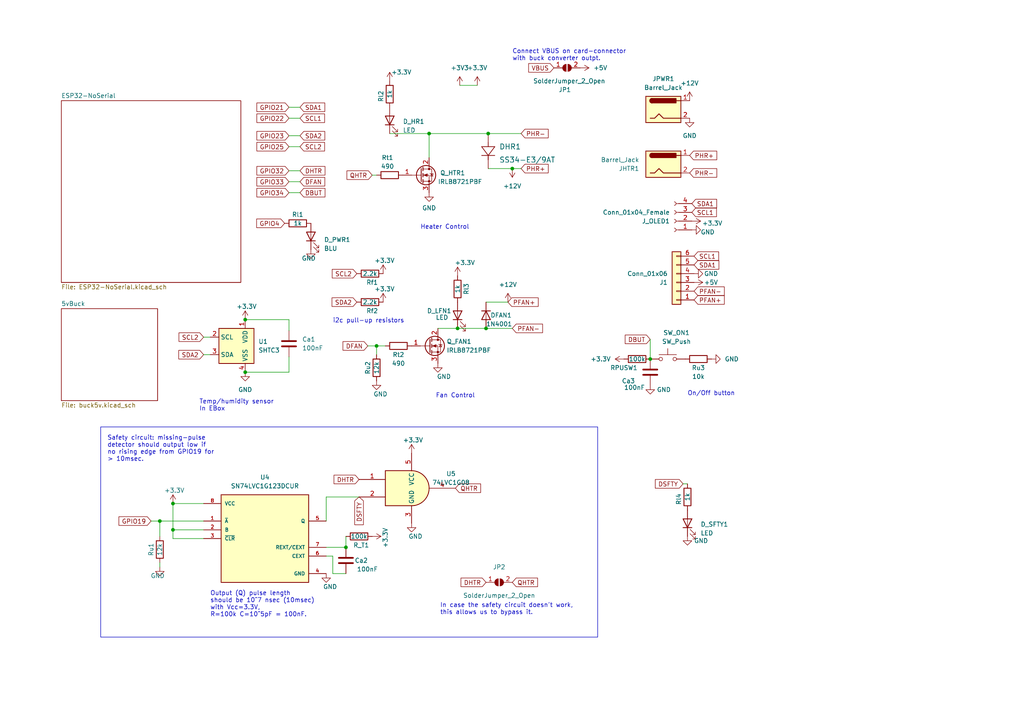
<source format=kicad_sch>
(kicad_sch (version 20230121) (generator eeschema)
  (paper "A4")
  (lib_symbols
    (symbol "74xGxx:74LVC1G08"
      (property "Reference" "U" (at -5.08 7.62 0))
      (property "Value" "74LVC1G08" (at 7.62 -7.62 0))
      (symbol "74LVC1G08_0_1"
        (arc (start 0 -5.08) (mid 5.0579 0) (end 0 5.08) (stroke (width 0.254)) (fill (type background)))
        (polyline (pts (xy 0 -5.08) (xy -7.62 -5.08) (xy -7.62 5.08) (xy 0 5.08)) (stroke (width 0.254)) (fill (type background)))
      )
      (symbol "74LVC1G08_1_1"
        (pin input line (at -15.24 2.54 0) (length 7.62) (name "~") (number "1"))
        (pin input line (at -15.24 -2.54 0) (length 7.62) (name "~") (number "2"))
        (pin power_in line (at 0 -10.16 90) (length 5.08) (name "GND") (number "3"))
        (pin output line (at 12.7 0 180) (length 7.62) (name "~") (number "4"))
        (pin power_in line (at 0 10.16 270) (length 5.08) (name "VCC") (number "5"))
      )
    )
    (symbol "Connector:Barrel_Jack" (pin_names (offset 1.016))
      (property "Reference" "J" (at 0 5.334 0))
      (property "Value" "Barrel_Jack" (at 0 -5.08 0))
      (symbol "Barrel_Jack_0_1"
        (rectangle (start -5.08 3.81) (end 5.08 -3.81) (stroke (width 0.254)) (fill (type background)))
        (arc (start -3.302 3.175) (mid -3.9343 2.54) (end -3.302 1.905) (stroke (width 0.254)))
        (arc (start -3.302 3.175) (mid -3.9343 2.54) (end -3.302 1.905) (stroke (width 0.254)) (fill (type outline)))
        (polyline (pts (xy 5.08 2.54) (xy 3.81 2.54)) (stroke (width 0.254)))
        (polyline (pts (xy -3.81 -2.54) (xy -2.54 -2.54) (xy -1.27 -1.27) (xy 0 -2.54) (xy 2.54 -2.54) (xy 5.08 -2.54)) (stroke (width 0.254)))
        (rectangle (start 3.683 3.175) (end -3.302 1.905) (stroke (width 0.254)) (fill (type outline)))
      )
      (symbol "Barrel_Jack_1_1"
        (pin passive line (at 7.62 2.54 180) (length 2.54) (name "~") (number "1"))
        (pin passive line (at 7.62 -2.54 180) (length 2.54) (name "~") (number "2"))
      )
    )
    (symbol "Connector:Conn_01x04_Female" (pin_names (offset 1.016) hide)
      (property "Reference" "J" (at 0 5.08 0))
      (property "Value" "Conn_01x04_Female" (at 0 -7.62 0))
      (symbol "Conn_01x04_Female_1_1"
        (arc (start 0 -4.572) (mid -0.5058 -5.08) (end 0 -5.588) (stroke (width 0.1524)))
        (arc (start 0 -2.032) (mid -0.5058 -2.54) (end 0 -3.048) (stroke (width 0.1524)))
        (polyline (pts (xy -1.27 -5.08) (xy -0.508 -5.08)) (stroke (width 0.1524)))
        (polyline (pts (xy -1.27 -2.54) (xy -0.508 -2.54)) (stroke (width 0.1524)))
        (polyline (pts (xy -1.27 0) (xy -0.508 0)) (stroke (width 0.1524)))
        (polyline (pts (xy -1.27 2.54) (xy -0.508 2.54)) (stroke (width 0.1524)))
        (arc (start 0 0.508) (mid -0.5058 0) (end 0 -0.508) (stroke (width 0.1524)))
        (arc (start 0 3.048) (mid -0.5058 2.54) (end 0 2.032) (stroke (width 0.1524)))
        (pin passive line (at -5.08 2.54 0) (length 3.81) (name "Pin_1") (number "1"))
        (pin passive line (at -5.08 0 0) (length 3.81) (name "Pin_2") (number "2"))
        (pin passive line (at -5.08 -2.54 0) (length 3.81) (name "Pin_3") (number "3"))
        (pin passive line (at -5.08 -5.08 0) (length 3.81) (name "Pin_4") (number "4"))
      )
    )
    (symbol "Connector_Generic:Conn_01x06" (pin_names (offset 1.016) hide)
      (property "Reference" "J" (at 0 7.62 0))
      (property "Value" "Conn_01x06" (at 0 -10.16 0))
      (symbol "Conn_01x06_1_1"
        (rectangle (start -1.27 -7.493) (end 0 -7.747) (stroke (width 0.1524)))
        (rectangle (start -1.27 -4.953) (end 0 -5.207) (stroke (width 0.1524)))
        (rectangle (start -1.27 -2.413) (end 0 -2.667) (stroke (width 0.1524)))
        (rectangle (start -1.27 0.127) (end 0 -0.127) (stroke (width 0.1524)))
        (rectangle (start -1.27 2.667) (end 0 2.413) (stroke (width 0.1524)))
        (rectangle (start -1.27 5.207) (end 0 4.953) (stroke (width 0.1524)))
        (rectangle (start -1.27 6.35) (end 1.27 -8.89) (stroke (width 0.254)) (fill (type background)))
        (pin passive line (at -5.08 5.08 0) (length 3.81) (name "Pin_1") (number "1"))
        (pin passive line (at -5.08 2.54 0) (length 3.81) (name "Pin_2") (number "2"))
        (pin passive line (at -5.08 0 0) (length 3.81) (name "Pin_3") (number "3"))
        (pin passive line (at -5.08 -2.54 0) (length 3.81) (name "Pin_4") (number "4"))
        (pin passive line (at -5.08 -5.08 0) (length 3.81) (name "Pin_5") (number "5"))
        (pin passive line (at -5.08 -7.62 0) (length 3.81) (name "Pin_6") (number "6"))
      )
    )
    (symbol "Device:C" (pin_numbers hide) (pin_names (offset 0.254))
      (property "Reference" "C" (at 0.635 2.54 0))
      (property "Value" "C" (at 0.635 -2.54 0))
      (symbol "C_0_1"
        (polyline (pts (xy -2.032 -0.762) (xy 2.032 -0.762)) (stroke (width 0.508)))
        (polyline (pts (xy -2.032 0.762) (xy 2.032 0.762)) (stroke (width 0.508)))
      )
      (symbol "C_1_1"
        (pin passive line (at 0 3.81 270) (length 2.794) (name "~") (number "1"))
        (pin passive line (at 0 -3.81 90) (length 2.794) (name "~") (number "2"))
      )
    )
    (symbol "Device:LED" (pin_numbers hide) (pin_names (offset 1.016) hide)
      (property "Reference" "D" (at 0 2.54 0))
      (property "Value" "LED" (at 0 -2.54 0))
      (symbol "LED_0_1"
        (polyline (pts (xy -1.27 -1.27) (xy -1.27 1.27)) (stroke (width 0.254)))
        (polyline (pts (xy -1.27 0) (xy 1.27 0)))
        (polyline (pts (xy 1.27 -1.27) (xy 1.27 1.27) (xy -1.27 0) (xy 1.27 -1.27)) (stroke (width 0.254)))
        (polyline (pts (xy -3.048 -0.762) (xy -4.572 -2.286) (xy -3.81 -2.286) (xy -4.572 -2.286) (xy -4.572 -1.524)))
        (polyline (pts (xy -1.778 -0.762) (xy -3.302 -2.286) (xy -2.54 -2.286) (xy -3.302 -2.286) (xy -3.302 -1.524)))
      )
      (symbol "LED_1_1"
        (pin passive line (at -3.81 0 0) (length 2.54) (name "K") (number "1"))
        (pin passive line (at 3.81 0 180) (length 2.54) (name "A") (number "2"))
      )
    )
    (symbol "Device:R" (pin_numbers hide) (pin_names (offset 0))
      (property "Reference" "R" (at 2.032 0 90))
      (property "Value" "R" (at 0 0 90))
      (symbol "R_0_1"
        (rectangle (start -1.016 -2.54) (end 1.016 2.54) (stroke (width 0.254)))
      )
      (symbol "R_1_1"
        (pin passive line (at 0 3.81 270) (length 1.27) (name "~") (number "1"))
        (pin passive line (at 0 -3.81 90) (length 1.27) (name "~") (number "2"))
      )
    )
    (symbol "Diode:1N4001" (pin_numbers hide) (pin_names hide)
      (property "Reference" "D" (at 0 2.54 0))
      (property "Value" "1N4001" (at 0 -2.54 0))
      (symbol "1N4001_0_1"
        (polyline (pts (xy -1.27 1.27) (xy -1.27 -1.27)) (stroke (width 0.254)))
        (polyline (pts (xy 1.27 0) (xy -1.27 0)))
        (polyline (pts (xy 1.27 1.27) (xy 1.27 -1.27) (xy -1.27 0) (xy 1.27 1.27)) (stroke (width 0.254)))
      )
      (symbol "1N4001_1_1"
        (pin passive line (at -3.81 0 0) (length 2.54) (name "K") (number "1"))
        (pin passive line (at 3.81 0 180) (length 2.54) (name "A") (number "2"))
      )
    )
    (symbol "Jumper:SolderJumper_2_Open" (pin_names (offset 0) hide)
      (property "Reference" "JP" (at 0 2.032 0))
      (property "Value" "SolderJumper_2_Open" (at 0 -2.54 0))
      (symbol "SolderJumper_2_Open_0_1"
        (arc (start -0.254 1.016) (mid -1.2656 0) (end -0.254 -1.016))
        (arc (start -0.254 1.016) (mid -1.2656 0) (end -0.254 -1.016) (fill (type outline)))
        (polyline (pts (xy -0.254 1.016) (xy -0.254 -1.016)))
        (polyline (pts (xy 0.254 1.016) (xy 0.254 -1.016)))
        (arc (start 0.254 -1.016) (mid 1.2656 0) (end 0.254 1.016))
        (arc (start 0.254 -1.016) (mid 1.2656 0) (end 0.254 1.016) (fill (type outline)))
      )
      (symbol "SolderJumper_2_Open_1_1"
        (pin passive line (at -3.81 0 0) (length 2.54) (name "A") (number "1"))
        (pin passive line (at 3.81 0 180) (length 2.54) (name "B") (number "2"))
      )
    )
    (symbol "Sensor_Humidity:SHTC3"
      (property "Reference" "U" (at -3.81 6.35 0))
      (property "Value" "SHTC3" (at -2.54 -6.35 0))
      (symbol "SHTC3_1_1"
        (rectangle (start -5.08 5.08) (end 5.08 -5.08) (stroke (width 0.254)) (fill (type background)))
        (pin power_in line (at 2.54 7.62 270) (length 2.54) (name "VDD") (number "1"))
        (pin input line (at -7.62 2.54 0) (length 2.54) (name "SCL") (number "2"))
        (pin bidirectional line (at -7.62 -2.54 0) (length 2.54) (name "SDA") (number "3"))
        (pin power_in line (at 2.54 -7.62 90) (length 2.54) (name "VSS") (number "4"))
        (pin no_connect line (at 5.08 0 180) (length 2.54) hide (name "NC") (number "5"))
      )
    )
    (symbol "Switch:SW_Push" (pin_numbers hide) (pin_names (offset 1.016) hide)
      (property "Reference" "SW" (at 1.27 2.54 0))
      (property "Value" "SW_Push" (at 0 -1.524 0))
      (symbol "SW_Push_0_1"
        (circle (center -2.032 0) (radius 0.508))
        (polyline (pts (xy 0 1.27) (xy 0 3.048)))
        (polyline (pts (xy 2.54 1.27) (xy -2.54 1.27)))
        (circle (center 2.032 0) (radius 0.508))
        (pin passive line (at -5.08 0 0) (length 2.54) (name "1") (number "1"))
        (pin passive line (at 5.08 0 180) (length 2.54) (name "2") (number "2"))
      )
    )
    (symbol "Transistor_FET:IRLB8721PBF" (pin_names hide)
      (property "Reference" "Q" (at 5.08 1.905 0))
      (property "Value" "IRLB8721PBF" (at 5.08 0 0))
      (symbol "IRLB8721PBF_0_1"
        (polyline (pts (xy 0.254 0) (xy -2.54 0)))
        (polyline (pts (xy 0.254 1.905) (xy 0.254 -1.905)) (stroke (width 0.254)))
        (polyline (pts (xy 0.762 -1.27) (xy 0.762 -2.286)) (stroke (width 0.254)))
        (polyline (pts (xy 0.762 0.508) (xy 0.762 -0.508)) (stroke (width 0.254)))
        (polyline (pts (xy 0.762 2.286) (xy 0.762 1.27)) (stroke (width 0.254)))
        (polyline (pts (xy 2.54 2.54) (xy 2.54 1.778)))
        (polyline (pts (xy 2.54 -2.54) (xy 2.54 0) (xy 0.762 0)))
        (polyline (pts (xy 0.762 -1.778) (xy 3.302 -1.778) (xy 3.302 1.778) (xy 0.762 1.778)))
        (polyline (pts (xy 1.016 0) (xy 2.032 0.381) (xy 2.032 -0.381) (xy 1.016 0)) (fill (type outline)))
        (polyline (pts (xy 2.794 0.508) (xy 2.921 0.381) (xy 3.683 0.381) (xy 3.81 0.254)))
        (polyline (pts (xy 3.302 0.381) (xy 2.921 -0.254) (xy 3.683 -0.254) (xy 3.302 0.381)))
        (circle (center 1.651 0) (radius 2.794) (stroke (width 0.254)))
        (circle (center 2.54 -1.778) (radius 0.254) (fill (type outline)))
        (circle (center 2.54 1.778) (radius 0.254) (fill (type outline)))
      )
      (symbol "IRLB8721PBF_1_1"
        (pin input line (at -5.08 0 0) (length 2.54) (name "G") (number "1"))
        (pin passive line (at 2.54 5.08 270) (length 2.54) (name "D") (number "2"))
        (pin passive line (at 2.54 -5.08 90) (length 2.54) (name "S") (number "3"))
      )
    )
    (symbol "chl33:SN74LVC1G123DCUR" (pin_names (offset 1.016))
      (property "Reference" "U" (at -12.7 13.7 0))
      (property "Value" "SN74LVC1G123DCUR" (at -7.62 8.89 0))
      (symbol "SN74LVC1G123DCUR_0_0"
        (rectangle (start -12.7 12.7) (end 12.7 -12.7) (stroke (width 0.254)) (fill (type background)))
        (pin input line (at -17.78 5.08 0) (length 5.08) (name "~{A}") (number "1"))
        (pin input line (at -17.78 2.54 0) (length 5.08) (name "B") (number "2"))
        (pin input line (at -17.78 0 0) (length 5.08) (name "~{CLR}") (number "3"))
        (pin power_in line (at 17.78 -10.16 180) (length 5.08) (name "GND") (number "4"))
        (pin output line (at 17.78 5.08 180) (length 5.08) (name "Q") (number "5"))
        (pin passive line (at 17.78 -5.08 180) (length 5.08) (name "CEXT") (number "6"))
        (pin passive line (at 17.78 -2.54 180) (length 5.08) (name "REXT/CEXT") (number "7"))
        (pin power_in line (at -17.78 10.16 0) (length 5.08) (name "VCC") (number "8"))
      )
    )
    (symbol "chl33:SS34-E3{brace}slash}9AT" (pin_numbers hide) (pin_names (offset -1.651) hide)
      (property "Reference" "CR" (at 5.08 4.445 0))
      (property "Value" "SS34-E3{brace}slash}9AT" (at 5.08 -7.62 0))
      (symbol "SS34-E3{brace}slash}9AT_1_1"
        (polyline (pts (xy 2.54 0) (xy 3.4798 0)) (stroke (width 0.2032)))
        (polyline (pts (xy 3.81 -1.905) (xy 3.81 1.905)) (stroke (width 0.2032)))
        (polyline (pts (xy 3.81 0) (xy 2.54 0)) (stroke (width 0.2032)))
        (polyline (pts (xy 3.81 0) (xy 6.35 1.905)) (stroke (width 0.2032)))
        (polyline (pts (xy 6.35 -1.905) (xy 3.81 0)) (stroke (width 0.2032)))
        (polyline (pts (xy 6.35 1.905) (xy 6.35 -1.905)) (stroke (width 0.2032)))
        (polyline (pts (xy 7.62 0) (xy 6.35 0)) (stroke (width 0.2032)))
        (pin unspecified line (at 0 0 0) (length 2.54) (name "ANODE") (number "1"))
        (pin unspecified line (at 10.16 0 180) (length 2.54) (name "CATHODE") (number "2"))
      )
    )
    (symbol "power:+12V" (power) (pin_names (offset 0))
      (property "Value" "+12V" (at 0 3.556 0))
      (symbol "+12V_0_1"
        (polyline (pts (xy -0.762 1.27) (xy 0 2.54)))
        (polyline (pts (xy 0 0) (xy 0 2.54)))
        (polyline (pts (xy 0 2.54) (xy 0.762 1.27)))
      )
      (symbol "+12V_1_1"
        (pin power_in line (at 0 0 90) (length 0) hide (name "+12V") (number "1"))
      )
    )
    (symbol "power:+3.3V" (power) (pin_names (offset 0))
      (property "Value" "+3.3V" (at 0 3.556 0))
      (symbol "+3.3V_0_1"
        (polyline (pts (xy -0.762 1.27) (xy 0 2.54)))
        (polyline (pts (xy 0 0) (xy 0 2.54)))
        (polyline (pts (xy 0 2.54) (xy 0.762 1.27)))
      )
      (symbol "+3.3V_1_1"
        (pin power_in line (at 0 0 90) (length 0) hide (name "+3.3V") (number "1"))
      )
    )
    (symbol "power:+3V3" (power) (pin_names (offset 0))
      (property "Value" "+3V3" (at 0 3.556 0))
      (symbol "+3V3_0_1"
        (polyline (pts (xy -0.762 1.27) (xy 0 2.54)))
        (polyline (pts (xy 0 0) (xy 0 2.54)))
        (polyline (pts (xy 0 2.54) (xy 0.762 1.27)))
      )
      (symbol "+3V3_1_1"
        (pin power_in line (at 0 0 90) (length 0) hide (name "+3V3") (number "1"))
      )
    )
    (symbol "power:+5V" (power) (pin_names (offset 0))
      (property "Value" "+5V" (at 0 3.556 0))
      (symbol "+5V_0_1"
        (polyline (pts (xy -0.762 1.27) (xy 0 2.54)))
        (polyline (pts (xy 0 0) (xy 0 2.54)))
        (polyline (pts (xy 0 2.54) (xy 0.762 1.27)))
      )
      (symbol "+5V_1_1"
        (pin power_in line (at 0 0 90) (length 0) hide (name "+5V") (number "1"))
      )
    )
    (symbol "power:GND" (power) (pin_names (offset 0))
      (property "Value" "GND" (at 0 -3.81 0))
      (symbol "GND_0_1"
        (polyline (pts (xy 0 0) (xy 0 -1.27) (xy 1.27 -1.27) (xy 0 -2.54) (xy -1.27 -1.27) (xy 0 -1.27)))
      )
      (symbol "GND_1_1"
        (pin power_in line (at 0 0 270) (length 0) hide (name "GND") (number "1"))
      )
    )
  )
  (junction (at 188.595 104.14))
  (junction (at 148.59 48.895))
  (junction (at 109.22 100.33))
  (junction (at 50.165 146.05))
  (junction (at 132.715 95.25))
  (junction (at 71.12 92.71))
  (junction (at 100.33 158.75))
  (junction (at 46.355 151.13))
  (junction (at 50.165 153.67))
  (junction (at 141.605 38.735))
  (junction (at 124.46 38.735))
  (junction (at 71.12 107.95))
  (junction (at 140.97 95.25))
  (wire (pts (xy 113.03 38.735) (xy 124.46 38.735)))
  (wire (pts (xy 127 95.25) (xy 132.715 95.25)))
  (wire (pts (xy 109.22 100.33) (xy 111.76 100.33)))
  (wire (pts (xy 94.615 151.13) (xy 94.615 144.145)))
  (wire (pts (xy 94.615 158.75) (xy 100.33 158.75)))
  (wire (pts (xy 83.82 55.88) (xy 86.995 55.88)))
  (wire (pts (xy 50.165 146.05) (xy 59.055 146.05)))
  (wire (pts (xy 94.615 161.29) (xy 96.52 161.29)))
  (wire (pts (xy 83.82 95.885) (xy 83.82 92.71)))
  (wire (pts (xy 133.35 24.765) (xy 138.43 24.765)))
  (wire (pts (xy 96.52 161.29) (xy 96.52 166.37)))
  (wire (pts (xy 109.22 100.33) (xy 109.22 102.87)))
  (wire (pts (xy 106.68 100.33) (xy 109.22 100.33)))
  (wire (pts (xy 141.605 38.735) (xy 151.13 38.735)))
  (wire (pts (xy 46.355 151.13) (xy 46.355 155.575)))
  (wire (pts (xy 83.82 52.705) (xy 86.995 52.705)))
  (wire (pts (xy 83.82 39.37) (xy 86.995 39.37)))
  (wire (pts (xy 140.97 87.63) (xy 147.32 87.63)))
  (wire (pts (xy 124.46 38.735) (xy 124.46 45.72)))
  (wire (pts (xy 124.46 38.735) (xy 141.605 38.735)))
  (wire (pts (xy 83.82 107.95) (xy 71.12 107.95)))
  (wire (pts (xy 43.815 151.13) (xy 46.355 151.13)))
  (wire (pts (xy 83.82 42.545) (xy 86.995 42.545)))
  (wire (pts (xy 83.82 103.505) (xy 83.82 107.95)))
  (wire (pts (xy 46.355 163.195) (xy 46.355 164.465)))
  (wire (pts (xy 50.165 146.05) (xy 50.165 153.67)))
  (wire (pts (xy 83.82 31.115) (xy 86.995 31.115)))
  (wire (pts (xy 151.13 48.895) (xy 148.59 48.895)))
  (wire (pts (xy 198.12 140.335) (xy 199.39 140.335)))
  (wire (pts (xy 46.355 151.13) (xy 59.055 151.13)))
  (wire (pts (xy 59.055 156.21) (xy 50.165 156.21)))
  (wire (pts (xy 83.82 92.71) (xy 71.12 92.71)))
  (wire (pts (xy 59.055 97.79) (xy 60.96 97.79)))
  (wire (pts (xy 94.615 144.145) (xy 104.14 144.145)))
  (wire (pts (xy 50.165 153.67) (xy 59.055 153.67)))
  (wire (pts (xy 188.595 98.425) (xy 188.595 104.14)))
  (wire (pts (xy 96.52 166.37) (xy 100.33 166.37)))
  (wire (pts (xy 83.82 34.29) (xy 86.995 34.29)))
  (wire (pts (xy 141.605 48.895) (xy 148.59 48.895)))
  (wire (pts (xy 100.33 155.575) (xy 100.33 158.75)))
  (wire (pts (xy 83.82 49.53) (xy 86.995 49.53)))
  (wire (pts (xy 59.055 102.87) (xy 60.96 102.87)))
  (wire (pts (xy 107.95 50.8) (xy 109.22 50.8)))
  (wire (pts (xy 50.165 153.67) (xy 50.165 156.21)))
  (wire (pts (xy 140.97 95.25) (xy 148.59 95.25)))
  (wire (pts (xy 132.715 95.25) (xy 140.97 95.25)))
  (rectangle (start 29.21 123.825) (end 173.355 184.785))
  (text "On/Off button" (at 199.39 114.935 0) (effects (font (size 1.27 1.27)) (justify left bottom)))
  (text "Heater Control" (at 121.92 66.675 0) (effects (font (size 1.27 1.27)) (justify left bottom)))
  (text "In case the safety circuit doesn't work,\nthis allows us to bypass it." (at 127.635 178.435 0) (effects (font (size 1.27 1.27)) (justify left bottom)))
  (text "Connect VBUS on card-connector\nwith buck converter outpt." (at 148.59 17.78 0) (effects (font (size 1.27 1.27)) (justify left bottom)))
  (text "i2c pull-up resistors\n	" (at 96.52 95.885 0) (effects (font (size 1.27 1.27)) (justify left bottom)))
  (text "Fan Control" (at 126.365 115.57 0) (effects (font (size 1.27 1.27)) (justify left bottom)))
  (text "Safety circuit: missing-pulse\ndetector should output low if\nno rising edge from GPIO19 for\n> 10msec." (at 31.115 133.985 0) (effects (font (size 1.27 1.27)) (justify left bottom)))
  (text "Output (Q) pulse length\nshould be 10^7 nsec (10msec)\nwith Vcc=3.3V,\nR=100k C=10^5pF = 100nF." (at 60.96 179.07 0) (effects (font (size 1.27 1.27)) (justify left bottom)))
  (text "Temp/humidity sensor\nIn EBox" (at 57.785 119.38 0) (effects (font (size 1.27 1.27)) (justify left bottom)))
  (global_label "SDA2" (shape input) (at 59.055 102.87 180) (property "Intersheetrefs" "${INTERSHEET_REFS}" (effects hide)))
  (global_label "SCL1" (shape input) (at 200.66 61.595 0) (property "Intersheetrefs" "${INTERSHEET_REFS}" (effects hide)))
  (global_label "DHTR" (shape input) (at 86.995 49.53 0) (property "Intersheetrefs" "${INTERSHEET_REFS}" (effects hide)))
  (global_label "SDA1" (shape input) (at 200.66 59.055 0) (property "Intersheetrefs" "${INTERSHEET_REFS}" (effects hide)))
  (global_label "VBUS" (shape input) (at 160.655 19.685 180) (property "Intersheetrefs" "${INTERSHEET_REFS}" (effects hide)))
  (global_label "SDA1" (shape input) (at 201.295 76.835 0) (property "Intersheetrefs" "${INTERSHEET_REFS}" (effects hide)))
  (global_label "DSFTY" (shape input) (at 104.14 144.145 270) (property "Intersheetrefs" "${INTERSHEET_REFS}" (effects hide)))
  (global_label "GPIO21" (shape input) (at 83.82 31.115 180) (property "Intersheetrefs" "${INTERSHEET_REFS}" (effects hide)))
  (global_label "DSFTY" (shape input) (at 198.12 140.335 180) (property "Intersheetrefs" "${INTERSHEET_REFS}" (effects hide)))
  (global_label "DBUT" (shape input) (at 188.595 98.425 180) (property "Intersheetrefs" "${INTERSHEET_REFS}" (effects hide)))
  (global_label "PHR-" (shape input) (at 200.025 50.165 0) (property "Intersheetrefs" "${INTERSHEET_REFS}" (effects hide)))
  (global_label "QHTR" (shape input) (at 148.59 168.91 0) (property "Intersheetrefs" "${INTERSHEET_REFS}" (effects hide)))
  (global_label "DFAN" (shape input) (at 106.68 100.33 180) (property "Intersheetrefs" "${INTERSHEET_REFS}" (effects hide)))
  (global_label "SCL2" (shape input) (at 103.505 79.375 180) (property "Intersheetrefs" "${INTERSHEET_REFS}" (effects hide)))
  (global_label "SDA2" (shape input) (at 86.995 39.37 0) (property "Intersheetrefs" "${INTERSHEET_REFS}" (effects hide)))
  (global_label "DHTR" (shape input) (at 104.14 139.065 180) (property "Intersheetrefs" "${INTERSHEET_REFS}" (effects hide)))
  (global_label "SCL2" (shape input) (at 59.055 97.79 180) (property "Intersheetrefs" "${INTERSHEET_REFS}" (effects hide)))
  (global_label "SCL1" (shape input) (at 86.995 34.29 0) (property "Intersheetrefs" "${INTERSHEET_REFS}" (effects hide)))
  (global_label "PHR+" (shape input) (at 151.13 48.895 0) (property "Intersheetrefs" "${INTERSHEET_REFS}" (effects hide)))
  (global_label "PFAN-" (shape input) (at 201.295 84.455 0) (property "Intersheetrefs" "${INTERSHEET_REFS}" (effects hide)))
  (global_label "DFAN" (shape input) (at 86.995 52.705 0) (property "Intersheetrefs" "${INTERSHEET_REFS}" (effects hide)))
  (global_label "GPIO33" (shape input) (at 83.82 52.705 180) (property "Intersheetrefs" "${INTERSHEET_REFS}" (effects hide)))
  (global_label "PHR-" (shape input) (at 151.13 38.735 0) (property "Intersheetrefs" "${INTERSHEET_REFS}" (effects hide)))
  (global_label "SDA1" (shape input) (at 86.995 31.115 0) (property "Intersheetrefs" "${INTERSHEET_REFS}" (effects hide)))
  (global_label "GPIO25" (shape input) (at 83.82 42.545 180) (property "Intersheetrefs" "${INTERSHEET_REFS}" (effects hide)))
  (global_label "GPIO19" (shape input) (at 43.815 151.13 180) (property "Intersheetrefs" "${INTERSHEET_REFS}" (effects hide)))
  (global_label "PFAN+" (shape input) (at 201.295 86.995 0) (property "Intersheetrefs" "${INTERSHEET_REFS}" (effects hide)))
  (global_label "SCL2" (shape input) (at 86.995 42.545 0) (property "Intersheetrefs" "${INTERSHEET_REFS}" (effects hide)))
  (global_label "GPIO32" (shape input) (at 83.82 49.53 180) (property "Intersheetrefs" "${INTERSHEET_REFS}" (effects hide)))
  (global_label "PFAN-" (shape input) (at 148.59 95.25 0) (property "Intersheetrefs" "${INTERSHEET_REFS}" (effects hide)))
  (global_label "GPIO4" (shape input) (at 82.55 64.77 180) (property "Intersheetrefs" "${INTERSHEET_REFS}" (effects hide)))
  (global_label "PFAN+" (shape input) (at 147.32 87.63 0) (property "Intersheetrefs" "${INTERSHEET_REFS}" (effects hide)))
  (global_label "GPIO23" (shape input) (at 83.82 39.37 180) (property "Intersheetrefs" "${INTERSHEET_REFS}" (effects hide)))
  (global_label "PHR+" (shape input) (at 200.025 45.085 0) (property "Intersheetrefs" "${INTERSHEET_REFS}" (effects hide)))
  (global_label "QHTR" (shape input) (at 107.95 50.8 180) (property "Intersheetrefs" "${INTERSHEET_REFS}" (effects hide)))
  (global_label "SDA2" (shape input) (at 103.505 87.63 180) (property "Intersheetrefs" "${INTERSHEET_REFS}" (effects hide)))
  (global_label "GPIO22" (shape input) (at 83.82 34.29 180) (property "Intersheetrefs" "${INTERSHEET_REFS}" (effects hide)))
  (global_label "DBUT" (shape input) (at 86.995 55.88 0) (property "Intersheetrefs" "${INTERSHEET_REFS}" (effects hide)))
  (global_label "SCL1" (shape input) (at 201.295 74.295 0) (property "Intersheetrefs" "${INTERSHEET_REFS}" (effects hide)))
  (global_label "QHTR" (shape input) (at 132.08 141.605 0) (property "Intersheetrefs" "${INTERSHEET_REFS}" (effects hide)))
  (global_label "GPIO34" (shape input) (at 83.82 55.88 180) (property "Intersheetrefs" "${INTERSHEET_REFS}" (effects hide)))
  (global_label "DHTR" (shape input) (at 140.97 168.91 180) (property "Intersheetrefs" "${INTERSHEET_REFS}" (effects hide)))
  (symbol (lib_id "power:GND") (at 71.12 107.95 0) (unit 1)
    (property "Reference" "#PWR02" (effects hide))
    (property "Value" "GND" (at 71.12 113.03 0))
  )
  (symbol (lib_id "power:+3.3V") (at 111.125 79.375 0) (unit 1)
    (property "Reference" "#PWR033" (effects hide))
    (property "Value" "+3.3V" (at 108.585 75.565 0) (effects (justify left)))
  )
  (symbol (lib_id "Device:C") (at 83.82 99.695 0) (unit 1)
    (property "Reference" "Ca1" (at 87.63 98.425 0) (effects (justify left)))
    (property "Value" "100nF" (at 87.63 100.965 0) (effects (justify left)))
    (property "Footprint" "Capacitor_SMD:C_0603_1608Metric" (effects hide))
  )
  (symbol (lib_id "power:+12V") (at 148.59 48.895 180) (unit 1)
    (property "Reference" "#PWR010" (effects hide))
    (property "Value" "+12V" (at 148.59 53.975 0))
  )
  (symbol (lib_id "Jumper:SolderJumper_2_Open") (at 164.465 19.685 0) (unit 1)
    (property "Reference" "JP1" (at 163.83 26.035 0))
    (property "Value" "SolderJumper_2_Open" (at 165.1 23.495 0))
    (property "Footprint" "Jumper:SolderJumper-2_P1.3mm_Open_Pad1.0x1.5mm" (effects hide))
  )
  (symbol (lib_id "Connector:Conn_01x04_Female") (at 195.58 64.135 180) (unit 1)
    (property "Reference" "J_OLED1" (at 194.31 64.1351 0) (effects (justify left)))
    (property "Value" "Conn_01x04_Female" (at 194.31 61.5951 0) (effects (justify left)))
    (property "Footprint" "Connector_PinSocket_2.54mm:PinSocket_1x04_P2.54mm_Vertical" (effects hide))
  )
  (symbol (lib_id "Transistor_FET:IRLB8721PBF") (at 124.46 100.33 0) (unit 1)
    (property "Reference" "Q_FAN1" (at 129.54 99.06 0) (effects (justify left)))
    (property "Value" "IRLB8721PBF" (at 129.54 101.6 0) (effects (justify left)))
    (property "Footprint" "Package_TO_SOT_THT:TO-220-3_Vertical" (effects hide))
    (property "Datasheet" "http://www.infineon.com/dgdl/irlb8721pbf.pdf?fileId=5546d462533600a40153566056732591" (effects hide))
  )
  (symbol (lib_id "power:+5V") (at 201.295 81.915 270) (unit 1)
    (property "Reference" "#PWR017" (effects hide))
    (property "Value" "+5V" (at 208.28 81.915 90) (effects (justify right)))
  )
  (symbol (lib_id "Connector:Barrel_Jack") (at 192.405 47.625 0) (unit 1)
    (property "Reference" "JHTR1" (at 185.42 48.8951 0) (effects (justify right)))
    (property "Value" "Barrel_Jack" (at 185.42 46.3551 0) (effects (justify right)))
    (property "Footprint" "Connector_BarrelJack:BarrelJack_Horizontal" (effects hide))
  )
  (symbol (lib_id "power:+3V3") (at 133.35 24.765 0) (mirror y) (unit 1)
    (property "Reference" "#PWR0103" (effects hide))
    (property "Value" "+3V3" (at 133.35 19.685 0))
  )
  (symbol (lib_id "power:GND") (at 127 105.41 0) (unit 1)
    (property "Reference" "#PWR07" (effects hide))
    (property "Value" "GND" (at 130.81 109.22 0) (effects (justify right)))
  )
  (symbol (lib_id "Diode:1N4001") (at 140.97 91.44 270) (unit 1)
    (property "Reference" "DFAN1" (at 142.24 91.44 90) (effects (justify left)))
    (property "Value" "1N4001" (at 140.97 93.98 90) (effects (justify left)))
    (property "Footprint" "Diode_SMD:D_SMB" (effects hide))
    (property "Datasheet" "http://www.vishay.com/docs/88503/1n4001.pdf" (effects hide))
    (property "Sim.Device" "D" (effects hide))
    (property "Sim.Pins" "1=K 2=A" (effects hide))
  )
  (symbol (lib_id "Jumper:SolderJumper_2_Open") (at 144.78 168.91 0) (unit 1)
    (property "Reference" "JP2" (at 144.78 164.465 0))
    (property "Value" "SolderJumper_2_Open" (at 144.78 172.72 0))
    (property "Footprint" "Jumper:SolderJumper-2_P1.3mm_Open_Pad1.0x1.5mm" (effects hide))
  )
  (symbol (lib_id "power:+3.3V") (at 113.03 23.495 0) (unit 1)
    (property "Reference" "#PWR05" (effects hide))
    (property "Value" "+3.3V" (at 119.38 20.955 0) (effects (justify right)))
  )
  (symbol (lib_id "power:+3.3V") (at 111.125 87.63 0) (unit 1)
    (property "Reference" "#PWR049" (effects hide))
    (property "Value" "+3.3V" (at 108.585 83.82 0) (effects (justify left)))
  )
  (symbol (lib_id "power:GND") (at 46.355 164.465 0) (unit 1)
    (property "Reference" "#PWR03" (effects hide))
    (property "Value" "GND" (at 45.72 167.005 0))
  )
  (symbol (lib_id "power:GND") (at 124.46 55.88 0) (unit 1)
    (property "Reference" "#PWR06" (effects hide))
    (property "Value" "GND" (at 124.46 60.325 0))
  )
  (symbol (lib_id "Device:R") (at 46.355 159.385 0) (unit 1)
    (property "Reference" "Ru1" (at 43.815 159.385 90))
    (property "Value" "12k" (at 46.355 159.385 90))
    (property "Footprint" "Resistor_SMD:R_0603_1608Metric" (effects hide))
  )
  (symbol (lib_id "Device:LED") (at 113.03 34.925 90) (unit 1)
    (property "Reference" "D_HR1" (at 116.84 35.2424 90) (effects (justify right)))
    (property "Value" "LED" (at 116.84 37.7824 90) (effects (justify right)))
    (property "Footprint" "LED_SMD:LED_0603_1608Metric" (effects hide))
  )
  (symbol (lib_id "chl33:SS34-E3{brace}slash}9AT") (at 141.605 48.895 90) (unit 1)
    (property "Reference" "DHR1" (at 144.78 42.545 90) (effects (font (size 1.524 1.524)) (justify right)))
    (property "Value" "SS34-E3{slash}9AT" (at 144.78 46.355 90) (effects (font (size 1.524 1.524)) (justify right)))
    (property "Footprint" "CR_3/9AT_VIS" (effects hide))
  )
  (symbol (lib_id "Device:R") (at 184.785 104.14 90) (unit 1)
    (property "Reference" "RPUSW1" (at 180.975 106.68 90))
    (property "Value" "100k" (at 184.785 104.14 90))
    (property "Footprint" "Resistor_SMD:R_0603_1608Metric" (effects hide))
  )
  (symbol (lib_id "power:GND") (at 206.375 104.14 90) (unit 1)
    (property "Reference" "#PWR018" (effects hide))
    (property "Value" "GND" (at 210.185 104.1399 90) (effects (justify right)))
  )
  (symbol (lib_id "Device:LED") (at 132.715 91.44 90) (unit 1)
    (property "Reference" "D_LFN1" (at 123.825 90.17 90) (effects (justify right)))
    (property "Value" "LED" (at 126.365 92.075 90) (effects (justify right)))
    (property "Footprint" "LED_SMD:LED_0603_1608Metric" (effects hide))
  )
  (symbol (lib_id "74xGxx:74LVC1G08") (at 119.38 141.605 0) (unit 1)
    (property "Reference" "U5" (at 130.81 137.4141 0))
    (property "Value" "74LVC1G08" (at 130.81 139.9541 0))
    (property "Footprint" "Library:SOT-23-5" (effects hide))
    (property "Datasheet" "https://www.ti.com/lit/ds/symlink/sn74lvc1g08.pdf" (effects hide))
  )
  (symbol (lib_id "power:+3.3V") (at 180.975 104.14 90) (unit 1)
    (property "Reference" "#PWR011" (effects hide))
    (property "Value" "+3.3V" (at 177.165 104.1399 90) (effects (justify left)))
  )
  (symbol (lib_id "power:+12V") (at 147.32 87.63 0) (unit 1)
    (property "Reference" "#PWR09" (effects hide))
    (property "Value" "+12V" (at 147.32 82.55 0))
  )
  (symbol (lib_id "power:GND") (at 201.295 79.375 90) (unit 1)
    (property "Reference" "#PWR016" (effects hide))
    (property "Value" "GND" (at 208.28 79.375 90) (effects (justify left)))
  )
  (symbol (lib_id "Device:LED") (at 90.17 68.58 90) (unit 1)
    (property "Reference" "D_PWR1" (at 93.98 69.5325 90) (effects (justify right)))
    (property "Value" "BLU" (at 93.98 72.0725 90) (effects (justify right)))
    (property "Footprint" "LED_SMD:LED_0603_1608Metric" (effects hide))
  )
  (symbol (lib_id "power:GND") (at 200.66 66.675 90) (unit 1)
    (property "Reference" "#PWR015" (effects hide))
    (property "Value" "GND" (at 203.2 67.31 90) (effects (justify right)))
  )
  (symbol (lib_id "chl33:SN74LVC1G123DCUR") (at 76.835 156.21 0) (unit 1)
    (property "Reference" "U4" (at 76.835 138.43 0))
    (property "Value" "SN74LVC1G123DCUR" (at 76.835 140.97 0))
    (property "Footprint" "Library:SOP50P310X90-8N" (effects hide))
    (property "MF" "Texas Instruments" (effects hide))
    (property "Package" "VSSOP-8 Texas Instruments" (effects hide))
  )
  (symbol (lib_id "power:+3.3V") (at 119.38 131.445 0) (unit 1)
    (property "Reference" "#PWR035" (effects hide))
    (property "Value" "+3.3V" (at 116.84 127.635 0) (effects (justify left)))
  )
  (symbol (lib_id "power:+3.3V") (at 200.66 64.135 270) (unit 1)
    (property "Reference" "#PWR0101" (effects hide))
    (property "Value" "+3.3V" (at 209.55 64.77 90) (effects (justify right)))
  )
  (symbol (lib_id "power:GND") (at 119.38 151.765 0) (unit 1)
    (property "Reference" "#PWR039" (effects hide))
    (property "Value" "GND" (at 122.555 155.575 0) (effects (justify right)))
  )
  (symbol (lib_id "Device:C") (at 100.33 162.56 0) (unit 1)
    (property "Reference" "Ca2" (at 102.87 162.56 0) (effects (justify left)))
    (property "Value" "100nF" (at 103.505 165.1 0) (effects (justify left)))
    (property "Footprint" "Capacitor_SMD:C_0603_1608Metric" (effects hide))
  )
  (symbol (lib_id "power:+3.3V") (at 71.12 92.71 0) (unit 1)
    (property "Reference" "#PWR01" (effects hide))
    (property "Value" "+3.3V" (at 68.58 88.9 0) (effects (justify left)))
  )
  (symbol (lib_id "Device:LED") (at 199.39 151.765 90) (unit 1)
    (property "Reference" "D_SFTY1" (at 203.2 152.0825 90) (effects (justify right)))
    (property "Value" "LED" (at 203.2 154.6225 90) (effects (justify right)))
    (property "Footprint" "LED_SMD:LED_0603_1608Metric" (effects hide))
  )
  (symbol (lib_id "Device:R") (at 86.36 64.77 90) (unit 1)
    (property "Reference" "Rl1" (at 86.36 62.23 90))
    (property "Value" "1k" (at 86.36 64.77 90))
    (property "Footprint" "Resistor_SMD:R_0603_1608Metric" (effects hide))
  )
  (symbol (lib_id "Device:R") (at 202.565 104.14 90) (unit 1)
    (property "Reference" "Ru3" (at 202.565 106.68 90))
    (property "Value" "10k" (at 202.565 109.22 90))
    (property "Footprint" "Resistor_SMD:R_0603_1608Metric" (effects hide))
  )
  (symbol (lib_id "power:GND") (at 188.595 111.76 0) (unit 1)
    (property "Reference" "#PWR0105" (effects hide))
    (property "Value" "GND" (at 190.5 113.0299 0) (effects (justify left)))
  )
  (symbol (lib_id "Device:R") (at 107.315 79.375 90) (unit 1)
    (property "Reference" "Rf1" (at 107.95 81.915 90))
    (property "Value" "2.2k" (at 107.315 79.375 90))
    (property "Footprint" "Resistor_SMD:R_0603_1608Metric" (effects hide))
  )
  (symbol (lib_id "power:+3.3V") (at 132.715 80.01 0) (unit 1)
    (property "Reference" "#PWR08" (effects hide))
    (property "Value" "+3.3V" (at 137.795 76.2 0) (effects (justify right)))
  )
  (symbol (lib_id "power:GND") (at 200.025 34.29 0) (unit 1)
    (property "Reference" "#PWR013" (effects hide))
    (property "Value" "GND" (at 200.025 39.37 0))
  )
  (symbol (lib_id "Device:R") (at 115.57 100.33 90) (unit 1)
    (property "Reference" "Rt2" (at 115.57 102.87 90))
    (property "Value" "490" (at 115.57 105.41 90))
    (property "Footprint" "Resistor_SMD:R_0603_1608Metric" (effects hide))
  )
  (symbol (lib_id "Transistor_FET:IRLB8721PBF") (at 121.92 50.8 0) (unit 1)
    (property "Reference" "Q_HTR1" (at 127.635 50.165 0) (effects (justify left)))
    (property "Value" "IRLB8721PBF" (at 127 52.705 0) (effects (justify left)))
    (property "Footprint" "Package_TO_SOT_THT:TO-220-3_Vertical" (effects hide))
    (property "Datasheet" "http://www.infineon.com/dgdl/irlb8721pbf.pdf?fileId=5546d462533600a40153566056732591" (effects hide))
  )
  (symbol (lib_id "Device:R") (at 113.03 50.8 90) (unit 1)
    (property "Reference" "Rt1" (at 112.395 45.72 90))
    (property "Value" "490" (at 112.395 48.26 90))
    (property "Footprint" "Resistor_SMD:R_0603_1608Metric" (effects hide))
  )
  (symbol (lib_id "Sensor_Humidity:SHTC3") (at 68.58 100.33 0) (unit 1)
    (property "Reference" "U1" (at 74.93 99.0599 0) (effects (justify left)))
    (property "Value" "SHTC3" (at 74.93 101.5999 0) (effects (justify left)))
    (property "Footprint" "Sensor_Humidity:Sensirion_DFN-4-1EP_2x2mm_P1mm_EP0.7x1.6mm" (effects hide))
    (property "Datasheet" "https://www.sensirion.com/fileadmin/user_upload/customers/sensirion/Dokumente/0_Datasheets/Humidity/Sensirion_Humidity_Sensors_SHTC3_Datasheet.pdf" (effects hide))
  )
  (symbol (lib_id "Connector_Generic:Conn_01x06") (at 196.215 81.915 180) (unit 1)
    (property "Reference" "J1" (at 193.675 81.9151 0) (effects (justify left)))
    (property "Value" "Conn_01x06" (at 193.675 79.3751 0) (effects (justify left)))
    (property "Footprint" "Connector_JST:JST_XH_B6B-XH-A_1x06_P2.50mm_Vertical" (effects hide))
  )
  (symbol (lib_id "power:GND") (at 109.22 110.49 0) (unit 1)
    (property "Reference" "#PWR04" (effects hide))
    (property "Value" "GND" (at 112.395 114.3 0) (effects (justify right)))
  )
  (symbol (lib_id "power:+3.3V") (at 138.43 24.765 0) (unit 1)
    (property "Reference" "#PWR0104" (effects hide))
    (property "Value" "+3.3V" (at 138.43 19.685 0))
  )
  (symbol (lib_id "Device:R") (at 132.715 83.82 0) (unit 1)
    (property "Reference" "Rl3" (at 135.255 83.82 90))
    (property "Value" "1k" (at 132.715 83.82 90))
    (property "Footprint" "Resistor_SMD:R_0603_1608Metric" (effects hide))
  )
  (symbol (lib_id "Connector:Barrel_Jack") (at 192.405 31.75 0) (unit 1)
    (property "Reference" "JPWR1" (at 192.405 22.86 0))
    (property "Value" "Barrel_Jack" (at 192.405 25.4 0))
    (property "Footprint" "Connector_BarrelJack:BarrelJack_Horizontal" (effects hide))
  )
  (symbol (lib_id "Device:R") (at 199.39 144.145 0) (unit 1)
    (property "Reference" "Rl4" (at 196.85 144.78 90))
    (property "Value" "1k" (at 199.39 144.145 90))
    (property "Footprint" "Resistor_SMD:R_0603_1608Metric" (effects hide))
  )
  (symbol (lib_id "power:+3.3V") (at 50.165 146.05 0) (unit 1)
    (property "Reference" "#PWR032" (effects hide))
    (property "Value" "+3.3V" (at 47.625 142.24 0) (effects (justify left)))
  )
  (symbol (lib_id "Device:R") (at 104.14 155.575 90) (unit 1)
    (property "Reference" "R_T1" (at 104.775 158.115 90))
    (property "Value" "100k" (at 104.14 155.575 90))
    (property "Footprint" "Resistor_SMD:R_0603_1608Metric" (effects hide))
  )
  (symbol (lib_id "Switch:SW_Push") (at 193.675 104.14 0) (unit 1)
    (property "Reference" "SW_ON1" (at 196.215 96.52 0))
    (property "Value" "SW_Push" (at 196.215 99.06 0))
    (property "Footprint" "Button_Switch_THT:SW_PUSH_6mm" (effects hide))
  )
  (symbol (lib_id "power:+12V") (at 200.025 29.21 0) (unit 1)
    (property "Reference" "#PWR012" (effects hide))
    (property "Value" "+12V" (at 200.025 24.13 0))
  )
  (symbol (lib_id "power:+5V") (at 168.275 19.685 270) (unit 1)
    (property "Reference" "#PWR029" (effects hide))
    (property "Value" "+5V" (at 172.085 19.685 90) (effects (justify left)))
  )
  (symbol (lib_id "Device:C") (at 188.595 107.95 0) (unit 1)
    (property "Reference" "Ca3" (at 180.34 110.49 0) (effects (justify left)))
    (property "Value" "100nF" (at 180.975 112.395 0) (effects (justify left)))
    (property "Footprint" "Capacitor_SMD:C_0603_1608Metric" (effects hide))
  )
  (symbol (lib_id "power:GND") (at 94.615 166.37 0) (unit 1)
    (property "Reference" "#PWR034" (effects hide))
    (property "Value" "GND" (at 97.79 170.18 0) (effects (justify right)))
  )
  (symbol (lib_id "Device:R") (at 113.03 27.305 0) (unit 1)
    (property "Reference" "Rl2" (at 110.49 27.94 90))
    (property "Value" "1k" (at 113.03 27.305 90))
    (property "Footprint" "Resistor_SMD:R_0603_1608Metric" (effects hide))
  )
  (symbol (lib_id "power:+3.3V") (at 107.95 155.575 270) (unit 1)
    (property "Reference" "#PWR031" (effects hide))
    (property "Value" "+3.3V" (at 111.76 153.035 0) (effects (justify left)))
  )
  (symbol (lib_id "Device:R") (at 107.315 87.63 90) (unit 1)
    (property "Reference" "Rf2" (at 107.95 90.17 90))
    (property "Value" "2.2k" (at 107.315 87.63 90))
    (property "Footprint" "Resistor_SMD:R_0603_1608Metric" (effects hide))
  )
  (symbol (lib_id "power:GND") (at 90.17 72.39 0) (unit 1)
    (property "Reference" "#PWR014" (effects hide))
    (property "Value" "GND" (at 89.535 74.93 0))
  )
  (symbol (lib_id "Device:R") (at 109.22 106.68 0) (unit 1)
    (property "Reference" "Ru2" (at 106.68 106.68 90))
    (property "Value" "12k" (at 109.22 106.68 90))
    (property "Footprint" "Resistor_SMD:R_0603_1608Metric" (effects hide))
  )
  (symbol (lib_id "power:GND") (at 199.39 155.575 0) (unit 1)
    (property "Reference" "#PWR030" (effects hide))
    (property "Value" "GND" (at 201.295 156.8449 0) (effects (justify left)))
  )
  (sheet (at 17.78 89.535) (size 27.94 26.67) (stroke (width 0.1524))
    (property "Sheetname" "5vBuck" (at 17.78 88.8234 0) (effects (justify left bottom)))
    (property "Sheetfile" "buck5v.kicad_sch" (at 17.78 116.7896 0) (effects (justify left top)))
  )
  (sheet (at 17.78 29.21) (size 52.07 52.705) (stroke (width 0.1524))
    (property "Sheetname" "ESP32-NoSerial" (at 17.78 28.4984 0) (effects (justify left bottom)))
    (property "Sheetfile" "ESP32-NoSerial.kicad_sch" (at 17.78 82.4996 0) (effects (justify left top)))
  )
)
</source>
